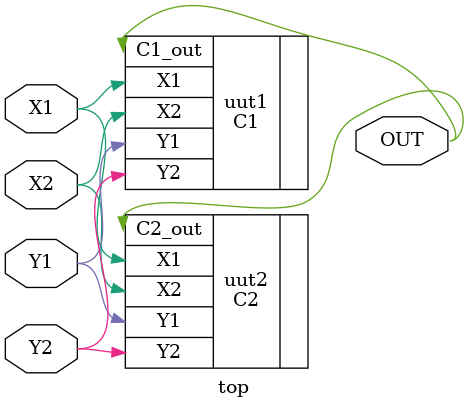
<source format=sv>

module top(X1, X2, Y1, Y2, OUT);
input X1, X2, Y1, Y2;
output OUT;

C1 uut1(
    .X1(X1), 
    .Y1(Y1), 
    .X2(X2), 
    .Y2(Y2), 
    .C1_out(OUT)
    );

C2 uut2(
    .X1(X1), 
    .Y1(Y1), 
    .X2(X2), 
    .Y2(Y2), 
    .C2_out(OUT)
    );

endmodule

</source>
